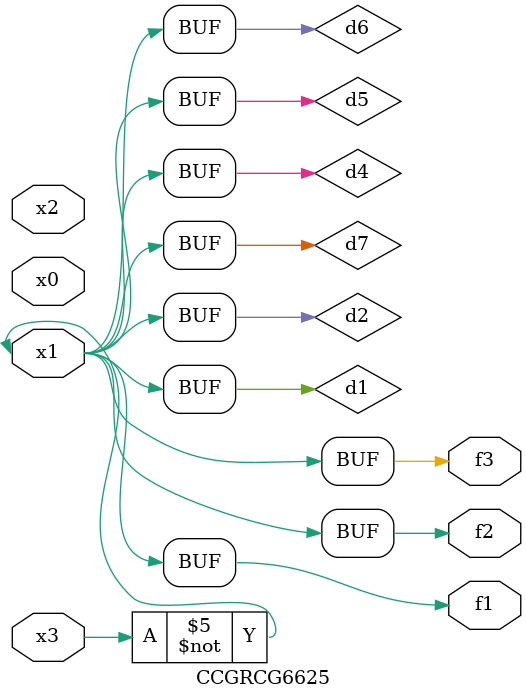
<source format=v>
module CCGRCG6625(
	input x0, x1, x2, x3,
	output f1, f2, f3
);

	wire d1, d2, d3, d4, d5, d6, d7;

	not (d1, x3);
	buf (d2, x1);
	xnor (d3, d1, d2);
	nor (d4, d1);
	buf (d5, d1, d2);
	buf (d6, d4, d5);
	nand (d7, d4);
	assign f1 = d6;
	assign f2 = d7;
	assign f3 = d6;
endmodule

</source>
